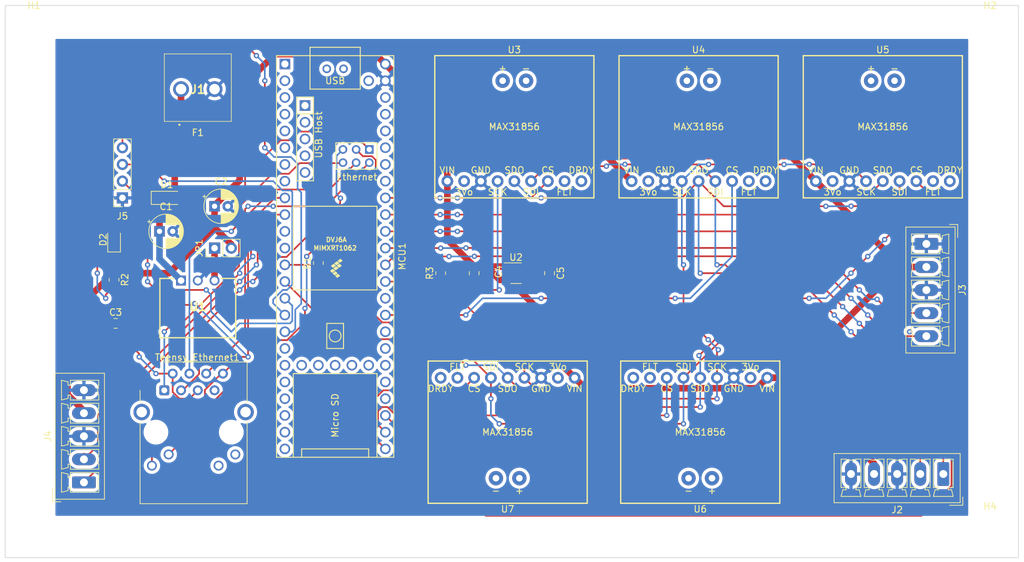
<source format=kicad_pcb>
(kicad_pcb (version 20221018) (generator pcbnew)
  (layers (0 "F.Cu" signal) (31 "B.Cu" signal) (34 "B.Paste" user) (35 "F.Paste" user) (36 "B.SilkS" user "B.Silkscreen") (37 "F.SilkS" user "F.Silkscreen") (38 "B.Mask" user) (39 "F.Mask" user) (44 "Edge.Cuts" user))
  (net 0 "")
  (net 1 "Net-(D1-K)")
  (net 2 "GND")
  (net 3 "+5V")
  (net 4 "Net-(C3-Pad1)")
  (net 5 "Net-(C3-Pad2)")
  (net 6 "+3.3VA")
  (net 7 "Net-(D1-A)")
  (net 8 "Net-(D2-A)")
  (net 9 "Net-(J1-Pin_1)")
  (net 10 "unconnected-(J2-Pin_1-Pad1)")
  (net 11 "unconnected-(J2-Pin_2-Pad2)")
  (net 12 "unconnected-(J3-Pin_4-Pad4)")
  (net 13 "unconnected-(J3-Pin_5-Pad5)")
  (net 14 "unconnected-(J4-Pin_1-Pad1)")
  (net 15 "Net-(J5-Pin_2)")
  (net 16 "I2C_SCL")
  (net 17 "I2C_SDA")
  (net 18 "Net-(JP1-A)")
  (net 25 "+3.3V")
  (net 31 "/CS_3")
  (net 32 "Net-(MCU1-13_SCK_LED)")
  (net 43 "Net-(MCU1-11_MOSI_CTX1)")
  (net 45 "/CS_2")
  (net 51 "/CS_1")
  (net 52 "/CS_4")
  (net 53 "/CS_5")
  (net 58 "/SDO")
  (net 61 "/CS_6")
  (net 62 "Net-(MCU1-R+)")
  (net 63 "Net-(MCU1-R-)")
  (net 64 "Net-(MCU1-LED)")
  (net 65 "Net-(MCU1-T+)")
  (net 66 "Net-(MCU1-T-)")
  (net 74 "/SDI")
  (net 75 "/CLK")
  (net 105 "unconnected-(J4-Pin_2-Pad2)")
  (footprint "Connector_Phoenix_MC:PhoenixContact_MCV_1,5_5-G-3.5_1x05_P3.50mm_Vertical" (layer "F.Cu") (at 180.34 79.3775 -90)
    (fp_text reference "J3")
    (fp_text value "Conn_01x05_Socket")
  )
  (footprint "Resistor_SMD:R_0805_2012Metric_Pad1.20x1.40mm_HandSolder" (layer "F.Cu") (at 106.68 83.82 90)
    (fp_text reference "R3")
    (fp_text value "22R")
  )
  (footprint "AdafruitMAX31856:MAX31856" (layer "F.Cu") (at 116.84 107.95 180)
    (fp_text reference "U7")
    (fp_text value "thermo_max31856")
  )
  (footprint "Capacitor_SMD:C_0805_2012Metric_Pad1.18x1.45mm_HandSolder" (layer "F.Cu") (at 123.19 83.82 -90)
    (fp_text reference "C5")
    (fp_text value "1u")
  )
  (footprint "Resistor_SMD:R_0805_2012Metric_Pad1.20x1.40mm_HandSolder" (layer "F.Cu") (at 57.15 84.82 -90)
    (fp_text reference "R2")
    (fp_text value "1.5k")
  )
  (footprint "Teensy41:Teensy41" (layer "F.Cu") (at 90.678 81.28 -90)
    (fp_text reference "MCU1")
    (fp_text value "~")
  )
  (footprint "Package_TO_SOT_SMD:SOT-23-5" (layer "F.Cu") (at 118.11 83.82)
    (fp_text reference "U2")
    (fp_text value "NCP163ASN330T1G")
  )
  (footprint "Capacitor_THT:CP_Radial_D5.0mm_P2.00mm" (layer "F.Cu") (at 64.04 77.47)
    (fp_text reference "C1")
    (fp_text value "10u")
  )
  (footprint "MountingHole:MountingHole_3.2mm_M3_DIN965" (layer "F.Cu") (at 45 123)
    (fp_text reference "H3")
    (fp_text value "MountingHole")
  )
  (footprint "MeanWell-DC-DC:N78051C" (layer "F.Cu") (at 67.31 84.935)
    (fp_text reference "U1")
    (fp_text value "N7805" hide)
  )
  (footprint "Connector_PinHeader_2.54mm:PinHeader_1x02_P2.54mm_Vertical" (layer "F.Cu") (at 72.39 80.01 90)
    (fp_text reference "JP1")
    (fp_text value "PS")
  )
  (footprint "Connector_Phoenix_MC:PhoenixContact_MCV_1,5_5-G-3.5_1x05_P3.50mm_Vertical" (layer "F.Cu") (at 182.91 114.3 180)
    (fp_text reference "J2")
    (fp_text value "Conn_01x05_Socket")
  )
  (footprint "Capacitor_THT:CP_Radial_D5.0mm_P2.00mm" (layer "F.Cu") (at 72.39 73.66)
    (fp_text reference "C2")
    (fp_text value "22u")
  )
  (footprint "AdafruitMAX31856:MAX31856" (layer "F.Cu") (at 145.796 61.595)
    (fp_text reference "U4")
    (fp_text value "thermo_max31856")
  )
  (footprint "AdafruitMAX31856:MAX31856" (layer "F.Cu") (at 146.05 107.95 180)
    (fp_text reference "U6")
    (fp_text value "thermo_max31856")
  )
  (footprint "AdafruitMAX31856:MAX31856" (layer "F.Cu") (at 173.736 61.595)
    (fp_text reference "U5")
    (fp_text value "thermo_max31856")
  )
  (footprint "Connector_RJ:RJ45_Cetus_J1B1211CCD_Horizontal" (layer "F.Cu") (at 64.77 101.6)
    (fp_text reference "Teensy_Ethernet1")
    (fp_text value "~")
  )
  (footprint "Resistor_SMD:R_0805_2012Metric_Pad1.20x1.40mm_HandSolder" (layer "F.Cu") (at 88.138 82.28 90)
    (fp_text reference "R1")
    (fp_text value "22R")
  )
  (footprint "ScrewTerminals:TB00750802BE" (layer "F.Cu") (at 67.31 55.88)
    (fp_text reference "J1")
    (fp_text value "Screw_Terminal_01x02" hide)
  )
  (footprint "Capacitor_SMD:C_0805_2012Metric_Pad1.18x1.45mm_HandSolder" (layer "F.Cu") (at 57.3825 91.44)
    (fp_text reference "C3")
    (fp_text value "100n")
  )
  (footprint "Capacitor_SMD:C_0805_2012Metric_Pad1.18x1.45mm_HandSolder" (layer "F.Cu") (at 111.76 83.82 -90)
    (fp_text reference "C4")
    (fp_text value "1u")
  )
  (footprint "Connector_PinSocket_2.54mm:PinSocket_1x04_P2.54mm_Vertical" (layer "F.Cu") (at 58.42 72.39 180)
    (fp_text reference "J5")
    (fp_text value "OLED Display I2C")
  )
  (footprint "SMD-Fuse:smd_fuse" (layer "F.Cu") (at 69.85 66.04)
    (fp_text reference "F1")
    (fp_text value "1A")
  )
  (footprint "LED_SMD:LED_0805_2012Metric_Pad1.15x1.40mm_HandSolder" (layer "F.Cu") (at 57.15 78.74 90)
    (fp_text reference "D2")
    (fp_text value "LED 5VOK")
  )
  (footprint "MountingHole:MountingHole_3.2mm_M3_DIN965" (layer "F.Cu") (at 45 47)
    (fp_text reference "H1")
    (fp_text value "MountingHole")
  )
  (footprint "Connector_Phoenix_MC:PhoenixContact_MCV_1,5_5-G-3.5_1x05_P3.50mm_Vertical" (layer "F.Cu") (at 52.578 115.57 90)
    (fp_text reference "J4")
    (fp_text value "Conn_01x05_Socket")
  )
  (footprint "Diode_SMD:D_SOD-123" (layer "F.Cu") (at 65.15 72.39)
    (fp_text reference "D1")
    (fp_text value "D")
  )
  (footprint "MountingHole:MountingHole_3.2mm_M3_DIN965" (layer "F.Cu") (at 190 123)
    (fp_text reference "H4")
    (fp_text value "MountingHole")
  )
  (footprint "AdafruitMAX31856:MAX31856" (layer "F.Cu") (at 117.856 61.595)
    (fp_text reference "U3")
    (fp_text value "thermo_max31856")
  )
  (footprint "MountingHole:MountingHole_3.2mm_M3_DIN965" (layer "F.Cu") (at 190 47)
    (fp_text reference "H2")
    (fp_text value "MountingHole")
  )
  (gr_rect (start 40.64 43.18) (end 194.31 127) (stroke (width 0.1)) (fill none) (layer "Edge.Cuts"))
  (segment (start 45.72 46.99) (end 44.45 46.99) (width 0.25) (layer "B.Cu") (net 0))
  (segment (start 64.04 77.47) (end 64.04 72.93) (width 1) (layer "F.Cu") (net 1))
  (segment (start 64.04 72.93) (end 63.5 72.39) (width 1) (layer "F.Cu") (net 1))
  (segment (start 67.31 84.935) (end 64.04 81.665) (width 1) (layer "B.Cu") (net 1))
  (segment (start 64.04 81.665) (end 64.04 77.47) (width 1) (layer "B.Cu") (net 1))
  (segment (start 157.805 99.695) (end 156.21 99.695) (width 1) (layer "F.Cu") (net 3))
  (segment (start 156.21 99.695) (end 159.385 99.695) (width 1) (layer "F.Cu") (net 3))
  (segment (start 72.39 73.66) (end 72.39 76.91) (width 1) (layer "F.Cu") (net 3))
  (segment (start 176.403 82.677) (end 163.576 69.85) (width 1) (layer "F.Cu") (net 3))
  (segment (start 72.39 73.538679) (end 72.39 73.66) (width 1) (layer "F.Cu") (net 3))
  (segment (start 98.298 52.07) (end 96.798 50.57) (width 1) (layer "F.Cu") (net 3))
  (segment (start 172.41 112.72) (end 159.385 99.695) (width 1) (layer "F.Cu") (net 3))
  (segment (start 159.766 66.04) (end 130.81 66.04) (width 1) (layer "F.Cu") (net 3))
  (segment (start 156.21 99.695) (end 154.621 101.284) (width 1) (layer "F.Cu") (net 3))
  (segment (start 52.578 104.732742) (end 50.078 102.232742) (width 1) (layer "F.Cu") (net 3))
  (segment (start 180.34 82.8775) (end 176.6035 82.8775) (width 1) (layer "F.Cu") (net 3))
  (segment (start 76.2 69.728679) (end 72.39 73.538679) (width 1) (layer "F.Cu") (net 3))
  (segment (start 131.826 66.04) (end 130.81 66.04) (width 1) (layer "F.Cu") (net 3))
  (segment (start 128.589 101.284) (end 127 99.695) (width 1) (layer "F.Cu") (net 3))
  (segment (start 107.696 69.85) (end 107.696 78.7185) (width 1) (layer "F.Cu") (net 3))
  (segment (start 120.61 88.4075) (end 117.0225 84.82) (width 1) (layer "F.Cu") (net 3))
  (segment (start 120.61 93.305) (end 120.61 88.4075) (width 1) (layer "F.Cu") (net 3))
  (segment (start 107.696 61.468) (end 107.696 66.04) (width 1) (layer "F.Cu") (net 3))
  (segment (start 176.6035 82.8775) (end 176.403 82.677) (width 1) (layer "F.Cu") (net 3))
  (segment (start 127 99.695) (end 120.61 93.305) (width 1) (layer "F.Cu") (net 3))
  (segment (start 74.93 79.45) (end 74.93 80.01) (width 1) (layer "F.Cu") (net 3))
  (segment (start 107.696 66.04) (end 107.696 69.85) (width 1) (layer "F.Cu") (net 3))
  (segment (start 159.385 99.695) (end 176.403 82.677) (width 1) (layer "F.Cu") (net 3))
  (segment (start 72.39 76.91) (end 74.93 79.45) (width 1) (layer "F.Cu") (net 3))
  (segment (start 76.2 55.928) (end 76.2 69.728679) (width 1) (layer "F.Cu") (net 3))
  (segment (start 115.6225 84.82) (end 113.585 82.7825) (width 1) (layer "F.Cu") (net 3))
  (segment (start 130.81 66.04) (end 107.696 66.04) (width 1) (layer "F.Cu") (net 3))
  (segment (start 98.298 52.07) (end 107.696 61.468) (width 1) (layer "F.Cu") (net 3))
  (segment (start 117.0225 84.82) (end 115.6225 84.82) (width 1) (layer "F.Cu") (net 3))
  (segment (start 50.078 90.748497) (end 57.006497 83.82) (width 1) (layer "F.Cu") (net 3))
  (segment (start 113.585 82.7825) (end 111.76 82.7825) (width 1) (layer "F.Cu") (net 3))
  (segment (start 57.006497 83.82) (end 57.15 83.82) (width 1) (layer "F.Cu") (net 3))
  (segment (start 111.76 82.7825) (end 111.7975 82.82) (width 1) (layer "F.Cu") (net 3))
  (segment (start 135.636 69.85) (end 131.826 66.04) (width 1) (layer "F.Cu") (net 3))
  (segment (start 57.15 83.82) (end 65.48 83.82) (width 1) (layer "F.Cu") (net 3))
  (segment (start 50.078 102.232742) (end 50.078 90.748497) (width 1) (layer "F.Cu") (net 3))
  (segment (start 96.798 50.57) (end 81.558 50.57) (width 1) (layer "F.Cu") (net 3))
  (segment (start 65.48 83.82) (end 72.39 76.91) (width 1) (layer "F.Cu") (net 3))
  (segment (start 111.7975 82.82) (end 116.9725 82.82) (width 1) (layer "F.Cu") (net 3))
  (segment (start 163.576 69.85) (end 159.766 66.04) (width 1) (layer "F.Cu") (net 3))
  (segment (start 154.621 101.284) (end 128.589 101.284) (width 1) (layer "F.Cu") (net 3))
  (segment (start 172.41 114.3) (end 172.41 112.72) (width 1) (layer "F.Cu") (net 3))
  (segment (start 81.558 50.57) (end 76.2 55.928) (width 1) (layer "F.Cu") (net 3))
  (segment (start 107.696 78.7185) (end 111.76 82.7825) (width 1) (layer "F.Cu") (net 3))
  (segment (start 52.578 105.07) (end 52.578 104.732742) (width 1) (layer "F.Cu") (net 3))
  (segment (start 66.04 99.06) (end 66.04 101.85028) (width 0.25) (layer "F.Cu") (net 4))
  (segment (start 60.96 96.055) (end 56.345 91.44) (width 0.25) (layer "F.Cu") (net 4))
  (segment (start 67.05972 102.87) (end 68.58 102.87) (width 0.25) (layer "F.Cu") (net 4))
  (segment (start 68.58 102.87) (end 69.85 101.6) (width 0.25) (layer "F.Cu") (net 4))
  (segment (start 66.04 99.06) (end 63.5 99.06) (width 0.25) (layer "F.Cu") (net 4))
  (segment (start 60.96 96.52) (end 60.96 96.055) (width 0.25) (layer "F.Cu") (net 4))
  (segment (start 66.04 101.85028) (end 67.05972 102.87) (width 0.25) (layer "F.Cu") (net 4))
  (via (at 63.5 99.06) (size 0.8) (drill 0.4) (layers "F.Cu" "B.Cu") (net 4))
  (via (at 60.96 96.52) (size 0.8) (drill 0.4) (layers "F.Cu" "B.Cu") (net 4))
  (segment (start 60.96 96.52) (end 63.5 99.06) (width 0.25) (layer "B.Cu") (net 4))
  (segment (start 77.47 74.93) (end 77.47 96.52) (width 0.25) (layer "F.Cu") (net 5))
  (segment (start 70.925 103.353427) (end 62.89 111.388427) (width 0.25) (layer "F.Cu") (net 5))
  (segment (start 89.7796 71.12) (end 81.28 71.12) (width 0.25) (layer "F.Cu") (net 5))
  (segment (start 61.230558 88.629442) (end 69.579442 88.629442) (width 0.25) (layer "F.Cu") (net 5))
  (segment (start 77.47 96.52) (end 76.2 96.52) (width 0.25) (layer "F.Cu") (net 5))
  (segment (start 62.89 111.388427) (end 62.89 113.03) (width 0.25) (layer "F.Cu") (net 5))
  (segment (start 81.28 71.12) (end 77.47 74.93) (width 0.25) (layer "F.Cu") (net 5))
  (segment (start 58.42 91.44) (end 61.230558 88.629442) (width 0.25) (layer "F.Cu") (net 5))
  (segment (start 73.66 99.06) (end 73.40972 99.06) (width 0.25) (layer "F.Cu") (net 5))
  (segment (start 76.2 96.52) (end 73.66 99.06) (width 0.25) (layer "F.Cu") (net 5))
  (segment (start 70.925 101.54472) (end 70.925 103.353427) (width 0.25) (layer "F.Cu") (net 5))
  (segment (start 93.8596 67.04) (end 89.7796 71.12) (width 0.25) (layer "F.Cu") (net 5))
  (segment (start 69.579442 88.629442) (end 69.38534 88.43534) (width 0.25) (layer "F.Cu") (net 5))
  (segment (start 73.40972 99.06) (end 70.925 101.54472) (width 0.25) (layer "F.Cu") (net 5))
  (via (at 77.47 96.52) (size 0.8) (drill 0.4) (layers "F.Cu" "B.Cu") (net 5))
  (via (at 69.38534 88.43534) (size 0.8) (drill 0.4) (layers "F.Cu" "B.Cu") (net 5))
  (segment (start 69.38534 88.43534) (end 77.47 96.52) (width 0.25) (layer "B.Cu") (net 5))
  (segment (start 119.2475 82.87) (end 123.1025 82.87) (width 1) (layer "F.Cu") (net 6))
  (segment (start 123.1025 82.87) (end 123.19 82.7825) (width 1) (layer "F.Cu") (net 6))
  (segment (start 66.35 67) (end 66.35 66.04) (width 1) (layer "F.Cu") (net 7))
  (segment (start 66.35 67) (end 66.04 67.31) (width 1) (layer "F.Cu") (net 7))
  (segment (start 66.35 66.04) (end 66.35 71.94) (width 1) (layer "F.Cu") (net 7))
  (segment (start 66.35 71.94) (end 66.8 72.39) (width 1) (layer "F.Cu") (net 7))
  (segment (start 54.61 80.255) (end 54.61 83.82) (width 0.25) (layer "F.Cu") (net 8))
  (segment (start 57.15 77.715) (end 54.61 80.255) (width 0.25) (layer "F.Cu") (net 8))
  (segment (start 55.88 87.63) (end 55.88 87.09) (width 0.25) (layer "F.Cu") (net 8))
  (segment (start 55.88 87.09) (end 57.15 85.82) (width 0.25) (layer "F.Cu") (net 8))
  (via (at 55.88 87.63) (size 0.8) (drill 0.4) (layers "F.Cu" "B.Cu") (net 8))
  (via (at 54.61 83.82) (size 0.8) (drill 0.4) (layers "F.Cu" "B.Cu") (net 8))
  (segment (start 54.61 83.82) (end 54.61 86.36) (width 0.25) (layer "B.Cu") (net 8))
  (segment (start 54.61 86.36) (end 55.88 87.63) (width 0.25) (layer "B.Cu") (net 8))
  (segment (start 67.31 60) (end 73.35 66.04) (width 1) (layer "F.Cu") (net 9))
  (segment (start 67.31 55.88) (end 67.31 60) (width 1) (layer "F.Cu") (net 9))
  (segment (start 110.516215 79.983785) (end 158.723785 79.983785) (width 0.25) (layer "F.Cu") (net 10))
  (segment (start 158.723785 79.983785) (end 167.64 88.9) (width 0.25) (layer "F.Cu") (net 10))
  (segment (start 98.298 80.01) (end 106.68 80.01) (width 0.25) (layer "F.Cu") (net 10))
  (segment (start 170.18 91.44) (end 182.91 104.17) (width 0.25) (layer "F.Cu") (net 10))
  (segment (start 182.91 104.17) (end 182.91 114.3) (width 0.25) (layer "F.Cu") (net 10))
  (via (at 110.516215 79.983785) (size 0.8) (drill 0.4) (layers "F.Cu" "B.Cu") (net 10))
  (via (at 170.18 91.44) (size 0.8) (drill 0.4) (layers "F.Cu" "B.Cu") (net 10))
  (via (at 106.68 80.01) (size 0.8) (drill 0.4) (layers "F.Cu" "B.Cu") (net 10))
  (via (at 167.64 88.9) (size 0.8) (drill 0.4) (layers "F.Cu" "B.Cu") (net 10))
  (segment (start 167.64 88.9) (end 170.18 91.44) (width 0.25) (layer "B.Cu") (net 10))
  (segment (start 106.68 80.01) (end 110.49 80.01) (width 0.25) (layer "B.Cu") (net 10))
  (segment (start 110.49 80.01) (end 110.516215 79.983785) (width 0.25) (layer "B.Cu") (net 10))
  (segment (start 168.91 92.71) (end 179.41 103.21) (width 0.25) (layer "F.Cu") (net 11))
  (segment (start 179.41 103.21) (end 179.41 114.3) (width 0.25) (layer "F.Cu") (net 11))
  (segment (start 111.786215 81.253785) (end 157.453785 81.253785) (width 0.25) (layer "F.Cu") (net 11))
  (segment (start 157.453785 81.253785) (end 166.37 90.17) (width 0.25) (layer "F.Cu") (net 11))
  (segment (start 98.298 82.55) (end 99.568 81.28) (width 0.25) (layer "F.Cu") (net 11))
  (segment (start 99.568 81.28) (end 107.95 81.28) (width 0.25) (layer "F.Cu") (net 11))
  (via (at 166.37 90.17) (size 0.8) (drill 0.4) (layers "F.Cu" "B.Cu") (net 11))
  (via (at 168.91 92.71) (size 0.8) (drill 0.4) (layers "F.Cu" "B.Cu") (net 11))
  (via (at 107.95 81.28) (size 0.8) (drill 0.4) (layers "F.Cu" "B.Cu") (net 11))
  (via (at 111.786215 81.253785) (size 0.8) (drill 0.4) (layers "F.Cu" "B.Cu") (net 11))
  (segment (start 166.37 90.17) (end 168.91 92.71) (width 0.25) (layer "B.Cu") (net 11))
  (segment (start 107.95 81.28) (end 111.76 81.28) (width 0.25) (layer "B.Cu") (net 11))
  (segment (start 111.76 81.28) (end 111.786215 81.253785) (width 0.25) (layer "B.Cu") (net 11))
  (segment (start 106.68 74.93) (end 106.5965 74.93) (width 0.25) (layer "F.Cu") (net 12))
  (segment (start 98.298 74.93) (end 106.68 74.93) (width 0.25) (layer "F.Cu") (net 12))
  (segment (start 109.22 74.93) (end 158.75 74.93) (width 0.25) (layer "F.Cu") (net 12))
  (segment (start 172.862464 87.772464) (end 174.9675 89.8775) (width 0.25) (layer "F.Cu") (net 12))
  (segment (start 158.75 74.93) (end 170.18 86.36) (width 0.25) (layer "F.Cu") (net 12))
  (segment (start 174.9675 89.8775) (end 180.34 89.8775) (width 0.25) (layer "F.Cu") (net 12))
  (via (at 109.22 74.93) (size 0.8) (drill 0.4) (layers "F.Cu" "B.Cu") (net 12))
  (via (at 170.18 86.36) (size 0.8) (drill 0.4) (layers "F.Cu" "B.Cu") (net 12))
  (via (at 106.5965 74.93) (size 0.8) (drill 0.4) (layers "F.Cu" "B.Cu") (net 12))
  (via (at 172.862464 87.772464) (size 0.8) (drill 0.4) (layers "F.Cu" "B.Cu") (net 12))
  (segment (start 106.5965 74.93) (end 109.22 74.93) (width 0.25) (layer "B.Cu") (net 12))
  (segment (start 170.18 86.36) (end 171.592464 87.772464) (width 0.25) (layer "B.Cu") (net 12))
  (segment (start 171.592464 87.772464) (end 172.862464 87.772464) (width 0.25) (layer "B.Cu") (net 12))
  (segment (start 171.45 90.17) (end 174.6575 93.3775) (width 0.25) (layer "F.Cu") (net 13))
  (segment (start 109.22 77.47) (end 158.75 77.47) (width 0.25) (layer "F.Cu") (net 13))
  (segment (start 174.6575 93.3775) (end 180.34 93.3775) (width 0.25) (layer "F.Cu") (net 13))
  (segment (start 106.68 77.47) (end 106.5965 77.47) (width 0.25) (layer "F.Cu") (net 13))
  (segment (start 98.298 77.47) (end 106.68 77.47) (width 0.25) (layer "F.Cu") (net 13))
  (segment (start 158.75 77.47) (end 168.91 87.63) (width 0.25) (layer "F.Cu") (net 13))
  (via (at 168.91 87.63) (size 0.8) (drill 0.4) (layers "F.Cu" "B.Cu") (net 13))
  (via (at 109.22 77.47) (size 0.8) (drill 0.4) (layers "F.Cu" "B.Cu") (net 13))
  (via (at 177.8 92.71) (size 0.8) (drill 0.4) (layers "F.Cu" "B.Cu") (net 13))
  (via (at 171.45 90.17) (size 0.8) (drill 0.4) (layers "F.Cu" "B.Cu") (net 13))
  (via (at 106.5965 77.47) (size 0.8) (drill 0.4) (layers "F.Cu" "B.Cu") (net 13))
  (segment (start 106.5965 77.47) (end 109.22 77.47) (width 0.25) (layer "B.Cu") (net 13))
  (segment (start 168.91 87.63) (end 171.45 90.17) (width 0.25) (layer "B.Cu") (net 13))
  (segment (start 78.9195 77.2905) (end 81.28 74.93) (width 0.25) (layer "F.Cu") (net 14))
  (segment (start 78.9195 82.3705) (end 78.9195 77.2905) (width 0.25) (layer "F.Cu") (net 14))
  (segment (start 81.28 74.93) (end 83.058 74.93) (width 0.25) (layer "F.Cu") (net 14))
  (segment (start 78.74 82.55) (end 78.9195 82.3705) (width 0.25) (layer "F.Cu") (net 14))
  (segment (start 55.88 105.41) (end 76.2 85.09) (width 0.25) (layer "F.Cu") (net 14))
  (segment (start 52.578 115.57) (end 55.88 112.268) (width 0.25) (layer "F.Cu") (net 14))
  (segment (start 55.88 112.268) (end 55.88 105.41) (width 0.25) (layer "F.Cu") (net 14))
  (via (at 78.74 82.55) (size 0.8) (drill 0.4) (layers "F.Cu" "B.Cu") (net 14))
  (via (at 76.2 85.09) (size 0.8) (drill 0.4) (layers "F.Cu" "B.Cu") (net 14))
  (segment (start 76.2 85.09) (end 78.74 82.55) (width 0.25) (layer "B.Cu") (net 14))
  (segment (start 62.23 85.09) (end 63.5 86.36) (width 0.25) (layer "F.Cu") (net 15))
  (segment (start 62.23 73.66) (end 62.23 82.55) (width 0.25) (layer "F.Cu") (net 15))
  (segment (start 63.5 86.36) (end 71.12 86.36) (width 0.25) (layer "F.Cu") (net 15))
  (segment (start 58.42 69.85) (end 62.23 73.66) (width 0.25) (layer "F.Cu") (net 15))
  (via (at 62.23 85.09) (size 0.8) (drill 0.4) (layers "F.Cu" "B.Cu") (net 15))
  (via (at 62.23 82.55) (size 0.8) (drill 0.4) (layers "F.Cu" "B.Cu") (net 15))
  (via (at 71.12 86.36) (size 0.8) (drill 0.4) (layers "F.Cu" "B.Cu") (net 15))
  (segment (start 76.2 91.44) (end 83.82 91.44) (width 0.25) (layer "B.Cu") (net 15))
  (segment (start 62.23 82.55) (end 62.23 85.09) (width 0.25) (layer "B.Cu") (net 15))
  (segment (start 83.82 91.44) (end 84.183 91.077) (width 0.25) (layer "B.Cu") (net 15))
  (segment (start 71.12 86.36) (end 71.845 87.085) (width 0.25) (layer "B.Cu") (net 15))
  (segment (start 74.93 92.71) (end 76.2 91.44) (width 0.25) (layer "B.Cu") (net 15))
  (segment (start 84.183 88.755) (end 83.058 87.63) (width 0.25) (layer "B.Cu") (net 15))
  (segment (start 71.845 87.085) (end 71.845 89.625) (width 0.25) (layer "B.Cu") (net 15))
  (segment (start 84.183 91.077) (end 84.183 88.755) (width 0.25) (layer "B.Cu") (net 15))
  (segment (start 71.845 89.625) (end 74.93 92.71) (width 0.25) (layer "B.Cu") (net 15))
  (segment (start 58.42 67.31) (end 62.23 67.31) (width 0.25) (layer "F.Cu") (net 16))
  (segment (start 62.23 67.31) (end 64.77 69.85) (width 0.25) (layer "F.Cu") (net 16))
  (via (at 64.77 69.85) (size 0.8) (drill 0.4) (layers "F.Cu" "B.Cu") (net 16))
  (segment (start 84.183 71.483) (end 84.183 85.555991) (width 0.25) (layer "B.Cu") (net 16))
  (segment (start 83.965 71.265) (end 84.183 71.483) (width 0.25) (layer "B.Cu") (net 16))
  (segment (start 81.28 87.817009) (end 81.28 88.392) (width 0.25) (layer "B.Cu") (net 16))
  (segment (start 82.695 71.265) (end 83.965 71.265) (width 0.25) (layer "B.Cu") (net 16))
  (segment (start 81.28 88.392) (end 83.058 90.17) (width 0.25) (layer "B.Cu") (net 16))
  (segment (start 64.77 69.85) (end 81.28 69.85) (width 0.25) (layer "B.Cu") (net 16))
  (segment (start 81.28 69.85) (end 82.695 71.265) (width 0.25) (layer "B.Cu") (net 16))
  (segment (start 84.183 85.555991) (end 83.378991 86.36) (width 0.25) (layer "B.Cu") (net 16))
  (segment (start 82.737009 86.36) (end 81.28 87.817009) (width 0.25) (layer "B.Cu") (net 16))
  (segment (start 83.378991 86.36) (end 82.737009 86.36) (width 0.25) (layer "B.Cu") (net 16))
  (segment (start 62.23 58.803324) (end 62.23 49.53) (width 0.25) (layer "F.Cu") (net 17))
  (segment (start 80.01 54.61) (end 80.01 64.77) (width 0.25) (layer "F.Cu") (net 17))
  (segment (start 58.42 62.613324) (end 62.23 58.803324) (width 0.25) (layer "F.Cu") (net 17))
  (segment (start 62.23 49.53) (end 77.47 49.53) (width 0.25) (layer "F.Cu") (net 17))
  (segment (start 77.47 49.53) (end 78.74 50.8) (width 0.25) (layer "F.Cu") (net 17))
  (segment (start 58.42 64.77) (end 58.42 62.613324) (width 0.25) (layer "F.Cu") (net 17))
  (via (at 80.01 64.77) (size 0.8) (drill 0.4) (layers "F.Cu" "B.Cu") (net 17))
  (via (at 78.74 50.8) (size 0.8) (drill 0.4) (layers "F.Cu" "B.Cu") (net 17))
  (via (at 80.01 54.61) (size 0.8) (drill 0.4) (layers "F.Cu" "B.Cu") (net 17))
  (segment (start 84.9838 71.0138) (end 85.54 71.57) (width 0.25) (layer "B.Cu") (net 17))
  (segment (start 85.54 88.45) (end 84.633 89.357) (width 0.25) (layer "B.Cu") (net 17))
  (segment (start 80.01 64.77) (end 81.425 66.185) (width 0.25) (layer "B.Cu") (net 17))
  (segment (start 84.633 92.26637) (end 84.18937 92.71) (width 0.25) (layer "B.Cu") (net 17))
  (segment (start 84.633 89.357) (end 84.633 92.26637) (width 0.25) (layer "B.Cu") (net 17))
  (segment (start 80.01 52.07) (end 80.01 54.61) (width 0.25) (layer "B.Cu") (net 17))
  (segment (start 84.9838 67.2038) (end 84.9838 71.0138) (width 0.25) (layer "B.Cu") (net 17))
  (segment (start 84.18937 92.71) (end 83.058 92.71) (width 0.25) (layer "B.Cu") (net 17))
  (segment (start 78.74 50.8) (end 80.01 52.07) (width 0.25) (layer "B.Cu") (net 17))
  (segment (start 83.965 66.185) (end 84.9838 67.2038) (width 0.25) (layer "B.Cu") (net 17))
  (segment (start 81.425 66.185) (end 83.965 66.185) (width 0.25) (layer "B.Cu") (net 17))
  (segment (start 85.54 71.57) (end 85.54 88.45) (width 0.25) (layer "B.Cu") (net 17))
  (segment (start 72.39 80.01) (end 72.39 84.935) (width 1) (layer "F.Cu") (net 18))
  (segment (start 179.573173 120.65) (end 184.15 116.073173) (width 0.25) (layer "F.Cu") (net 31))
  (segment (start 184.15 116.073173) (end 184.15 75.184) (width 0.25) (layer "F.Cu") (net 31))
  (segment (start 98.298 105.41) (end 113.538 120.65) (width 0.25) (layer "F.Cu") (net 31))
  (segment (start 113.538 120.65) (end 179.573173 120.65) (width 0.25) (layer "F.Cu") (net 31))
  (segment (start 184.15 75.184) (end 178.816 69.85) (width 0.25) (layer "F.Cu") (net 31))
  (segment (start 106.68 82.82) (end 104.41 85.09) (width 0.25) (layer "F.Cu") (net 32))
  (segment (start 104.41 85.09) (end 98.298 85.09) (width 0.25) (layer "F.Cu") (net 32))
  (segment (start 88.138 83.28) (end 87.408 82.55) (width 0.25) (layer "F.Cu") (net 43))
  (segment (start 87.408 82.55) (end 83.058 82.55) (width 0.25) (layer "F.Cu") (net 43))
  (segment (start 142.24 87.63) (end 121.92 87.63) (width 0.25) (layer "F.Cu") (net 45))
  (segment (start 98.298 90.17) (end 110.49 90.17) (width 0.25) (layer "F.Cu") (net 45))
  (via (at 121.92 87.63) (size 0.8) (drill 0.4) (layers "F.Cu" "B.Cu") (net 45))
  (via (at 110.49 90.17) (size 0.8) (drill 0.4) (layers "F.Cu" "B.Cu") (net 45))
  (via (at 142.24 87.63) (size 0.8) (drill 0.4) (layers "F.Cu" "B.Cu") (net 45))
  (segment (start 113.03 87.63) (end 121.92 87.63) (width 0.25) (layer "B.Cu") (net 45))
  (segment (start 144.535305 87.63) (end 150.876 81.289305) (width 0.25) (layer "B.Cu") (net 45))
  (segment (start 110.49 90.17) (end 113.03 87.63) (width 0.25) (layer "B.Cu") (net 45))
  (segment (start 142.24 87.63) (end 144.535305 87.63) (width 0.25) (layer "B.Cu") (net 45))
  (segment (start 150.876 81.289305) (end 150.876 69.85) (width 0.25) (layer "B.Cu") (net 45))
  (segment (start 98.298 72.39) (end 106.5965 72.39) (width 0.25) (layer "F.Cu") (net 51))
  (segment (start 120.396 72.39) (end 122.936 69.85) (width 0.25) (layer "F.Cu") (net 51))
  (segment (start 109.22 72.39) (end 120.396 72.39) (width 0.25) (layer "F.Cu") (net 51))
  (via (at 109.22 72.39) (size 0.8) (drill 0.4) (layers "F.Cu" "B.Cu") (net 51))
  (via (at 106.5965 72.39) (size 0.8) (drill 0.4) (layers "F.Cu" "B.Cu") (net 51))
  (segment (start 106.5965 72.39) (end 109.22 72.39) (width 0.25) (layer "B.Cu") (net 51))
  (segment (start 97.173 104.757) (end 97.173 106.825) (width 0.25) (layer "F.Cu") (net 52))
  (segment (start 99.888991 105.41) (end 98.618991 104.14) (width 0.25) (layer "F.Cu") (net 52))
  (segment (start 97.173 106.825) (end 98.298 107.95) (width 0.25) (layer "F.Cu") (net 52))
  (segment (start 140.97 105.41) (end 99.888991 105.41) (width 0.25) (layer "F.Cu") (net 52))
  (segment (start 98.618991 104.14) (end 97.79 104.14) (width 0.25) (layer "F.Cu") (net 52))
  (segment (start 97.79 104.14) (end 97.173 104.757) (width 0.25) (layer "F.Cu") (net 52))
  (via (at 140.97 105.41) (size 0.8) (drill 0.4) (layers "F.Cu" "B.Cu") (net 52))
  (segment (start 140.97 105.41) (end 140.97 99.695) (width 0.25) (layer "B.Cu") (net 52))
  (segment (start 96.723 108.915) (end 96.723 102.854009) (width 0.25) (layer "F.Cu") (net 53))
  (segment (start 97.977009 101.6) (end 109.855 101.6) (width 0.25) (layer "F.Cu") (net 53))
  (segment (start 98.298 110.49) (end 96.723 108.915) (width 0.25) (layer "F.Cu") (net 53))
  (segment (start 96.723 102.854009) (end 97.977009 101.6) (width 0.25) (layer "F.Cu") (net 53))
  (segment (start 109.855 101.6) (end 111.76 99.695) (width 0.25) (layer "F.Cu") (net 53))
  (segment (start 149.615305 83.82) (end 146.05 83.82) (width 0.25) (layer "F.Cu") (net 58))
  (segment (start 110.49 97.79) (end 106.535 93.835) (width 0.25) (layer "F.Cu") (net 58))
  (segment (start 168.925464 73.644536) (end 169.941464 73.644536) (width 0.25) (layer "F.Cu") (net 58))
  (segment (start 151.855 90.325402) (end 151.855 86.059695) (width 0.25) (layer "F.Cu") (net 58))
  (segment (start 146.05 104.14) (end 121.285 104.14) (width 0.25) (layer "F.Cu") (net 58))
  (segment (start 91.803 93.835) (end 83.058 85.09) (width 0.25) (layer "F.Cu") (net 58))
  (segment (start 106.535 93.835) (end 91.803 93.835) (width 0.25) (layer "F.Cu") (net 58))
  (segment (start 121.285 104.14) (end 116.84 99.695) (width 0.25) (layer "F.Cu") (net 58))
  (segment (start 145.796 69.85) (end 143.256 72.39) (width 0.25) (layer "F.Cu") (net 58))
  (segment (start 143.256 72.39) (end 121.92 72.39) (width 0.25) (layer "F.Cu") (net 58))
  (segment (start 145.855201 96.325201) (end 151.855 90.325402) (width 0.25) (layer "F.Cu") (net 58))
  (segment (start 145.796 69.85) (end 149.606 73.66) (width 0.25) (layer "F.Cu") (net 58))
  (segment (start 149.606 73.66) (end 165.1 73.66) (width 0.25) (layer "F.Cu") (net 58))
  (segment (start 151.855 86.059695) (end 149.615305 83.82) (width 0.25) (layer "F.Cu") (net 58))
  (segment (start 169.941464 73.644536) (end 173.736 69.85) (width 0.25) (layer "F.Cu") (net 58))
  (via (at 165.1 73.66) (size 0.8) (drill 0.4) (layers "F.Cu" "B.Cu") (net 58))
  (via (at 110.49 97.79) (size 0.8) (drill 0.4) (layers "F.Cu" "B.Cu") (net 58))
  (via (at 121.92 72.39) (size 0.8) (drill 0.4) (layers "F.Cu" "B.Cu") (net 58))
  (via (at 145.855201 96.325201) (size 0.8) (drill 0.4) (layers "F.Cu" "B.Cu") (net 58))
  (via (at 168.925464 73.644536) (size 0.8) (drill 0.4) (layers "F.Cu" "B.Cu") (net 58))
  (via (at 146.05 83.82) (size 0.8) (drill 0.4) (layers "F.Cu" "B.Cu") (net 58))
  (via (at 146.05 104.14) (size 0.8) (drill 0.4) (layers "F.Cu" "B.Cu") (net 58))
  (segment (start 114.935 97.79) (end 110.49 97.79) (width 0.25) (layer "B.Cu") (net 58))
  (segment (start 116.84 99.695) (end 114.935 97.79) (width 0.25) (layer "B.Cu") (net 58))
  (segment (start 145.796 83.566) (end 145.796 69.85) (width 0.25) (layer "B.Cu") (net 58))
  (segment (start 146.05 104.14) (end 146.05 99.695) (width 0.25) (layer "B.Cu") (net 58))
  (segment (start 121.92 72.39) (end 120.396 72.39) (width 0.25) (layer "B.Cu") (net 58))
  (segment (start 146.05 83.82) (end 145.796 83.566) (width 0.25) (layer "B.Cu") (net 58))
  (segment (start 168.91 73.66) (end 168.925464 73.644536) (width 0.25) (layer "B.Cu") (net 58))
  (segment (start 165.1 73.66) (end 168.91 73.66) (width 0.25) (layer "B.Cu") (net 58))
  (segment (start 146.05 96.52) (end 145.855201 96.325201) (width 0.25) (layer "B.Cu") (net 58))
  (segment (start 120.396 72.39) (end 117.856 69.85) (width 0.25) (layer "B.Cu") (net 58))
  (segment (start 146.05 99.695) (end 146.05 96.52) (width 0.25) (layer "B.Cu") (net 58))
  (segment (start 75.515 76.885) (end 74.93 77.47) (width 0.25) (layer "F.Cu") (net 62))
  (segment (start 93.1438 62.3242) (end 84.9958 62.3242) (width 0.25) (layer "F.Cu") (net 62))
  (segment (start 82.405 63.645) (end 77.025 69.025) (width 0.25) (layer "F.Cu") (net 62))
  (segment (start 95.8596 65.04) (end 93.1438 62.3242) (width 0.25) (layer "F.Cu") (net 62))
  (segment (start 83.675 63.645) (end 82.405 63.645) (width 0.25) (layer "F.Cu") (net 62))
  (segment (start 75.515 73.66) (end 75.515 76.885) (width 0.25) (layer "F.Cu") (net 62))
  (segment (start 84.9958 62.3242) (end 83.675 63.645) (width 0.25) (layer "F.Cu") (net 62))
  (segment (start 77.025 72.15) (end 75.515 73.66) (width 0.25) (layer "F.Cu") (net 62))
  (segment (start 77.025 69.025) (end 77.025 72.15) (width 0.25) (layer "F.Cu") (net 62))
  (via (at 74.93 77.47) (size 0.8) (drill 0.4) (layers "F.Cu" "B.Cu") (net 62))
  (segment (start 72.58 77.47) (end 68.58 81.47) (width 0.25) (layer "B.Cu") (net 62))
  (segment (start 74.93 77.47) (end 72.58 77.47) (width 0.25) (layer "B.Cu") (net 62))
  (segment (start 68.58 81.47) (end 68.58 99.06) (width 0.25) (layer "B.Cu") (net 62))
  (segment (start 81.28 73.66) (end 89.2396 73.66) (width 0.25) (layer "F.Cu") (net 63))
  (segment (start 89.2396 73.66) (end 95.8596 67.04) (width 0.25) (layer "F.Cu") (net 63))
  (segment (start 77.02 74.11) (end 77.02 93.16) (width 0.25) (layer "F.Cu") (net 63))
  (segment (start 77.47 73.66) (end 77.02 74.11) (width 0.25) (layer "F.Cu") (net 63))
  (segment (start 77.02 93.16) (end 71.12 99.06) (width 0.25) (layer "F.Cu") (net 63))
  (via (at 81.28 73.66) (size 0.8) (drill 0.4) (layers "F.Cu" "B.Cu") (net 63))
  (via (at 77.47 73.66) (size 0.8) (drill 0.4) (layers "F.Cu" "B.Cu") (net 63))
  (segment (start 81.28 73.66) (end 77.47 73.66) (width 0.25) (layer "B.Cu") (net 63))
  (segment (start 96.263459 66.065) (end 96.8346 66.636141) (width 0.25) (layer "F.Cu") (net 64))
  (segment (start 72.39 103.12028) (end 72.39 105.41) (width 0.25) (layer "F.Cu") (net 64))
  (segment (start 96.8346 66.636141) (end 96.8346 70.8054) (width 0.25) (layer "F.Cu") (net 64))
  (segment (start 83.378991 93.98) (end 81.53028 93.98) (width 0.25) (layer "F.Cu") (net 64))
  (segment (start 96.8346 70.8054) (end 86.36 81.28) (width 0.25) (layer "F.Cu") (net 64))
  (segment (start 94.8846 66.065) (end 96.263459 66.065) (width 0.25) (layer "F.Cu") (net 64))
  (segment (start 81.53028 93.98) (end 72.39 103.12028) (width 0.25) (layer "F.Cu") (net 64))
  (segment (start 93.8596 65.04) (end 94.8846 66.065) (width 0.25) (layer "F.Cu") (net 64))
  (segment (start 86.101701 89.158299) (end 86.101701 91.25729) (width 0.25) (layer "F.Cu") (net 64))
  (segment (start 71.35 105.41) (end 65.43 111.33) (width 0.25) (layer "F.Cu") (net 64))
  (segment (start 72.39 105.41) (end 71.35 105.41) (width 0.25) (layer "F.Cu") (net 64))
  (segment (start 86.101701 91.25729) (end 83.378991 93.98) (width 0.25) (layer "F.Cu") (net 64))
  (via (at 86.101701 89.158299) (size 0.8) (drill 0.4) (layers "F.Cu" "B.Cu") (net 64))
  (via (at 86.36 81.28) (size 0.8) (drill 0.4) (layers "F.Cu" "B.Cu") (net 64))
  (segment (start 86.36 88.9) (end 86.101701 89.158299) (width 0.25) (layer "B.Cu") (net 64))
  (segment (start 86.36 81.28) (end 86.36 88.9) (width 0.25) (layer "B.Cu") (net 64))
  (segment (start 91.7854 67.1142) (end 85.2858 67.1142) (width 0.25) (layer "F.Cu") (net 65))
  (segment (start 67.40528 91.44) (end 66.04 91.44) (width 0.25) (layer "F.Cu") (net 65))
  (segment (start 66.04 91.44) (end 64.77 92.71) (width 0.25) (layer "F.Cu") (net 65))
  (segment (start 83.675 68.725) (end 81.135 68.725) (width 0.25) (layer "F.Cu") (net 65))
  (segment (start 85.2858 67.1142) (end 83.675 68.725) (width 0.25) (layer "F.Cu") (net 65))
  (segment (start 91.8596 67.04) (end 91.7854 67.1142) (width 0.25) (layer "F.Cu") (net 65))
  (segment (start 76.105 73.755) (end 76.105 82.74028) (width 0.25) (layer "F.Cu") (net 65))
  (segment (start 81.135 68.725) (end 76.105 73.755) (width 0.25) (layer "F.Cu") (net 65))
  (segment (start 76.105 82.74028) (end 67.40528 91.44) (width 0.25) (layer "F.Cu") (net 65))
  (via (at 64.77 92.71) (size 0.8) (drill 0.4) (layers "F.Cu" "B.Cu") (net 65))
  (segment (start 64.77 92.71) (end 64.77 101.6) (width 0.25) (layer "B.Cu") (net 65))
  (segment (start 70.045 92.515) (end 76.2 86.36) (width 0.25) (layer "F.Cu") (net 66))
  (segment (start 70.045 99.11528) (end 70.045 92.515) (width 0.25) (layer "F.Cu") (net 66))
  (segment (start 78.1945 85.09) (end 81.933 81.3515) (width 0.25) (layer "F.Cu") (net 66))
  (segment (start 91.44 72.39) (end 91.487099 72.437099) (width 0.25) (layer "F.Cu") (net 66))
  (segment (start 81.933 81.3515) (end 83.307491 81.3515) (width 0.25) (layer "F.Cu") (net 66))
  (segment (start 67.56028 101.6) (end 70.045 99.11528) (width 0.25) (layer "F.Cu") (net 66))
  (segment (start 83.307491 81.3515) (end 91.44 73.218991) (width 0.25) (layer "F.Cu") (net 66))
  (segment (start 91.44 73.218991) (end 91.44 72.39) (width 0.25) (layer "F.Cu") (net 66))
  (segment (start 67.31 101.6) (end 67.56028 101.6) (width 0.25) (layer "F.Cu") (net 66))
  (via (at 91.487099 72.437099) (size 0.8) (drill 0.4) (layers "F.Cu" "B.Cu") (net 66))
  (via (at 76.2 86.36) (size 0.8) (drill 0.4) (layers "F.Cu" "B.Cu") (net 66))
  (via (at 78.1945 85.09) (size 0.8) (drill 0.4) (layers "F.Cu" "B.Cu") (net 66))
  (segment (start 91.487099 72.437099) (end 90.8846 71.8346) (width 0.25) (layer "B.Cu") (net 66))
  (segment (start 76.2 86.36) (end 77.47 85.09) (width 0.25) (layer "B.Cu") (net 66))
  (segment (start 90.8846 66.015) (end 91.8596 65.04) (width 0.25) (layer "B.Cu") (net 66))
  (segment (start 90.8846 71.8346) (end 90.8846 66.015) (width 0.25) (layer "B.Cu") (net 66))
  (segment (start 77.47 85.09) (end 78.1945 85.09) (width 0.25) (layer "B.Cu") (net 66))
  (segment (start 155.575 87.63) (end 162.56 87.63) (width 0.25) (layer "F.Cu") (net 74))
  (segment (start 145.796 67.31) (end 134.62 67.31) (width 0.25) (layer "F.Cu") (net 74))
  (segment (start 168.91 83.82) (end 171.45 81.28) (width 0.25) (layer "F.Cu") (net 74))
  (segment (start 131.810536 67.579464) (end 122.666536 67.579464) (width 0.25) (layer "F.Cu") (net 74))
  (segment (start 114.3 99.695) (end 114.3 102.87) (width 0.25) (layer "F.Cu") (net 74))
  (segment (start 176.276 76.454) (end 176.276 69.85) (width 0.25) (layer "F.Cu") (net 74))
  (segment (start 149.86 82.55) (end 154.94 87.63) (width 0.25) (layer "F.Cu") (net 74))
  (segment (start 122.666536 67.579464) (end 120.396 69.85) (width 0.25) (layer "F.Cu") (net 74))
  (segment (start 88.138 81.600991) (end 97.832009 91.295) (width 0.25) (layer "F.Cu") (net 74))
  (segment (start 115.57 106.68) (end 143.51 106.68) (width 0.25) (layer "F.Cu") (net 74))
  (segment (start 88.138 81.28) (end 88.138 81.600991) (width 0.25) (layer "F.Cu") (net 74))
  (segment (start 105.9 91.295) (end 114.3 99.695) (width 0.25) (layer "F.Cu") (net 74))
  (segment (start 148.59 82.55) (end 149.86 82.55) (width 0.25) (layer "F.Cu") (net 74))
  (segment (start 97.832009 91.295) (end 105.9 91.295) (width 0.25) (layer "F.Cu") (net 74))
  (segment (start 154.94 87.63) (end 155.575 87.63) (width 0.25) (layer "F.Cu") (net 74))
  (segment (start 148.336 69.85) (end 145.796 67.31) (width 0.25) (layer "F.Cu") (net 74))
  (segment (start 134.62 67.31) (end 134.635464 67.294536) (width 0.25) (layer "F.Cu") (net 74))
  (segment (start 143.51 99.695) (end 155.575 87.63) (width 0.25) (layer "F.Cu") (net 74))
  (segment (start 174.005464 78.724536) (end 176.276 76.454) (width 0.25) (layer "F.Cu") (net 74))
  (via (at 114.3 102.87) (size 0.8) (drill 0.4) (layers "F.Cu" "B.Cu") (net 74))
  (via (at 143.51 106.68) (size 0.8) (drill 0.4) (layers "F.Cu" "B.Cu") (net 74))
  (via (at 115.57 106.68) (size 0.8) (drill 0.4) (layers "F.Cu" "B.Cu") (net 74))
  (via (at 131.810536 67.579464) (size 0.8) (drill 0.4) (layers "F.Cu" "B.Cu") (net 74))
  (via (at 148.59 82.55) (size 0.8) (drill 0.4) (layers "F.Cu" "B.Cu") (net 74))
  (via (at 171.45 81.28) (size 0.8) (drill 0.4) (layers "F.Cu" "B.Cu") (net 74))
  (via (at 162.56 87.63) (size 0.8) (drill 0.4) (layers "F.Cu" "B.Cu") (net 74))
  (via (at 134.635464 67.294536) (size 0.8) (drill 0.4) (layers "F.Cu" "B.Cu") (net 74))
  (via (at 174.005464 78.724536) (size 0.8) (drill 0.4) (layers "F.Cu" "B.Cu") (net 74))
  (via (at 168.91 83.82) (size 0.8) (drill 0.4) (layers "F.Cu" "B.Cu") (net 74))
  (segment (start 115.57 106.68) (end 114.3 105.41) (width 0.25) (layer "B.Cu") (net 74))
  (segment (start 114.3 105.41) (end 114.3 102.87) (width 0.25) (layer "B.Cu") (net 74))
  (segment (start 171.45 81.28) (end 173.99 78.74) (width 0.25) (layer "B.Cu") (net 74))
  (segment (start 148.59 82.55) (end 148.336 82.296) (width 0.25) (layer "B.Cu") (net 74))
  (segment (start 134.62 67.31) (end 132.08 67.31) (width 0.25) (layer "B.Cu") (net 74))
  (segment (start 173.99 78.74) (end 174.005464 78.724536) (width 0.25) (layer "B.Cu") (net 74))
  (segment (start 162.56 87.63) (end 165.1 87.63) (width 0.25) (layer "B.Cu") (net 74))
  (segment (start 132.08 67.31) (end 131.810536 67.579464) (width 0.25) (layer "B.Cu") (net 74))
  (segment (start 134.635464 67.294536) (end 134.62 67.31) (width 0.25) (layer "B.Cu") (net 74))
  (segment (start 165.1 87.63) (end 168.91 83.82) (width 0.25) (layer "B.Cu") (net 74))
  (segment (start 148.336 82.296) (end 148.336 69.85) (width 0.25) (layer "B.Cu") (net 74))
  (segment (start 143.51 106.68) (end 143.51 99.695) (width 0.25) (layer "B.Cu") (net 74))
  (segment (start 106.68 84.82) (end 108.22 86.36) (width 0.25) (layer "F.Cu") (net 75))
  (segment (start 148.59 99.695) (end 148.59 95.251396) (width 0.25) (layer "F.Cu") (net 75))
  (segment (start 119.38 97.52) (end 119.38 99.695) (width 0.25) (layer "F.Cu") (net 75))
  (segment (start 168.640536 67.294536) (end 171.196 69.85) (width 0.25) (layer "F.Cu") (net 75))
  (segment (start 143.51 90.17) (end 143.51 82.55) (width 0.25) (layer "F.Cu") (net 75))
  (segment (start 122.555 102.87) (end 119.38 99.695) (width 0.25) (layer "F.Cu") (net 75))
  (segment (start 148.59 102.87) (end 122.555 102.87) (width 0.25) (layer "F.Cu") (net 75))
  (segment (start 147.247902 93.907902) (end 143.51 90.17) (width 0.25) (layer "F.Cu") (net 75))
  (segment (start 148.59 95.251396) (end 148.590698 95.250698) (width 0.25) (layer "F.Cu") (net 75))
  (segment (start 148.590698 95.250698) (end 148.784102 95.444102) (width 0.25) (layer "F.Cu") (net 75))
  (segment (start 162.575464 67.294536) (end 168.640536 67.294536) (width 0.25) (layer "F.Cu") (net 75))
  (segment (start 148.784102 95.444102) (end 148.784102 95.445498) (width 0.25) (layer "F.Cu") (net 75))
  (segment (start 147.32 67.31) (end 158.75 67.31) (width 0.25) (layer "F.Cu") (net 75))
  (segment (start 108.22 86.36) (end 115.57 86.36) (width 0.25) (layer "F.Cu") (net 75))
  (segment (start 106.68 84.82) (end 119.38 97.52) (width 0.25) (layer "F.Cu") (net 75))
  (via (at 148.784102 95.445498) (size 0.8) (drill 0.4) (layers "F.Cu" "B.Cu") (net 75))
  (via (at 115.57 86.36) (size 0.8) (drill 0.4) (layers "F.Cu" "B.Cu") (net 75))
  (via (at 162.575464 67.294536) (size 0.8) (drill 0.4) (layers "F.Cu" "B.Cu") (net 75))
  (via (at 143.51 82.55) (size 0.8) (drill 0.4) (layers "F.Cu" "B.Cu") (net 75))
  (via (at 148.59 102.87) (size 0.8) (drill 0.4) (layers "F.Cu" "B.Cu") (net 75))
  (via (at 147.247902 93.907902) (size 0.8) (drill 0.4) (layers "F.Cu" "B.Cu") (net 75))
  (via (at 147.32 67.31) (size 0.8) (drill 0.4) (layers "F.Cu" "B.Cu") (net 75))
  (via (at 158.75 67.31) (size 0.8) (drill 0.4) (layers "F.Cu" "B.Cu") (net 75))
  (segment (start 148.59 99.695) (end 148.59 102.87) (width 0.25) (layer "B.Cu") (net 75))
  (segment (start 148.784102 95.445498) (end 148.784102 95.444102) (width 0.25) (layer "B.Cu") (net 75))
  (segment (start 145.796 67.31) (end 147.32 67.31) (width 0.25) (layer "B.Cu") (net 75))
  (segment (start 158.75 67.31) (end 162.56 67.31) (width 0.25) (layer "B.Cu") (net 75))
  (segment (start 115.57 86.36) (end 115.316 86.106) (width 0.25) (layer "B.Cu") (net 75))
  (segment (start 143.51 82.55) (end 143.256 82.296) (width 0.25) (layer "B.Cu") (net 75))
  (segment (start 143.256 82.296) (end 143.256 69.85) (width 0.25) (layer "B.Cu") (net 75))
  (segment (start 143.256 69.85) (end 145.796 67.31) (width 0.25) (layer "B.Cu") (net 75))
  (segment (start 162.56 67.31) (end 162.575464 67.294536) (width 0.25) (layer "B.Cu") (net 75))
  (segment (start 148.784102 95.444102) (end 147.247902 93.907902) (width 0.25) (layer "B.Cu") (net 75))
  (segment (start 115.316 86.106) (end 115.316 69.85) (width 0.25) (layer "B.Cu") (net 75))
  (segment (start 54.703 109.945) (end 52.578 112.07) (width 0.25) (layer "F.Cu") (net 105))
  (segment (start 81.524695 72.39) (end 77.92 75.994695) (width 0.25) (layer "F.Cu") (net 105))
  (segment (start 54.703 105.317) (end 54.703 109.945) (width 0.25) (layer "F.Cu") (net 105))
  (segment (start 76.2 83.82) (end 54.703 105.317) (width 0.25) (layer "F.Cu") (net 105))
  (segment (start 77.92 81.28) (end 78.1945 81.28) (width 0.25) (layer "F.Cu") (net 105))
  (segment (start 52.578 111.202412) (end 52.578 112.07) (width 0.25) (layer "F.Cu") (net 105))
  (segment (start 83.058 72.39) (end 81.524695 72.39) (width 0.25) (layer "F.Cu") (net 105))
  (segment (start 77.92 75.994695) (end 77.92 81.28) (width 0.25) (layer "F.Cu") (net 105))
  (via (at 76.2 83.82) (size 0.8) (drill 0.4) (layers "F.Cu" "B.Cu") (net 105))
  (via (at 78.1945 81.28) (size 0.8) (drill 0.4) (layers "F.Cu" "B.Cu") (net 105))
  (via (at 78.1945 81.28) (size 0.8) (drill 0.4) (layers "F.Cu" "B.Cu") (net 105))
  (segment (start 78.1945 81.28) (end 76.2 83.2745) (width 0.25) (layer "B.Cu") (net 105))
  (segment (start 76.2 83.2745) (end 76.2 83.82) (width 0.25) (layer "B.Cu") (net 105))
  (zone (net 2) (net_name "GND") (layer "B.Cu") (connect_pads (clearance 0.5)) (min_thickness 0.25) (fill yes (thermal_gap 0.5) (thermal_bridge_width 0.5))
    (polygon (pts (xy 48.26 48.26) (xy 48.26 120.65) (xy 186.69 120.65) (xy 186.69 48.26)))
  )
)
</source>
